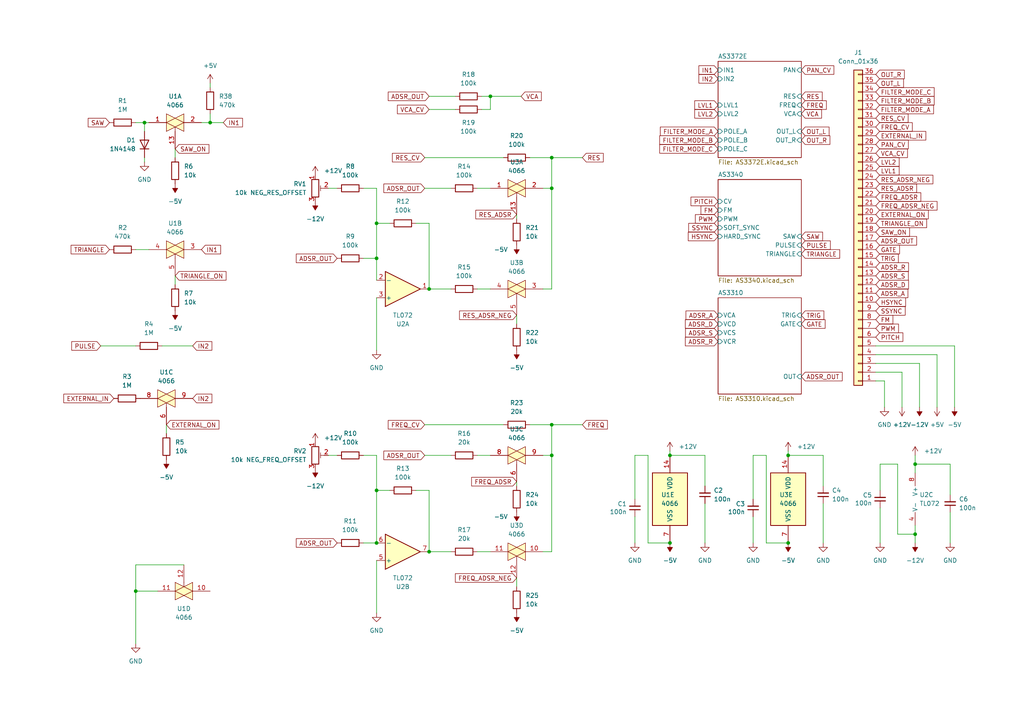
<source format=kicad_sch>
(kicad_sch (version 20211123) (generator eeschema)
  (paper "A4")
  (title_block (title "Polykit-X Voice Card") (date "2023-01-26") (rev "v1.0.0") (company "Jan Knipper") (comment 1 "github.com/polykit"))
  (lib_symbols
    (symbol "4xxx:4066" (pin_names (offset 1.016))
      (property "Reference" "U" (at -7.62 8.89 0))
      (property "Value" "4066" (at -7.62 -8.89 0))
      (symbol "4066_1_0"
        (polyline (pts (xy 0 1.27) (xy 0 2.54)) (stroke (width 0.1524)))
        (polyline (pts (xy -2.54 0) (xy 2.54 2.54) (xy 2.54 -2.54) (xy -2.54 0)) (fill (type background)))
        (polyline (pts (xy -2.54 2.54) (xy 2.54 0) (xy -2.54 -2.54) (xy -2.54 2.54)) (fill (type background)))
        (pin passive line (at -7.62 0 0) (length 5.08) (name "~") (number "1"))
        (pin input line (at 0 7.62 270) (length 5.08) (name "~") (number "13"))
        (pin passive line (at 7.62 0 180) (length 5.08) (name "~") (number "2"))
      )
      (symbol "4066_2_0"
        (polyline (pts (xy 0 1.27) (xy 0 2.54)) (stroke (width 0.1524)))
        (polyline (pts (xy -2.54 0) (xy 2.54 2.54) (xy 2.54 -2.54) (xy -2.54 0)) (fill (type background)))
        (polyline (pts (xy -2.54 2.54) (xy 2.54 0) (xy -2.54 -2.54) (xy -2.54 2.54)) (fill (type background)))
        (pin passive line (at 7.62 0 180) (length 5.08) (name "~") (number "3"))
        (pin passive line (at -7.62 0 0) (length 5.08) (name "~") (number "4"))
        (pin input line (at 0 7.62 270) (length 5.08) (name "~") (number "5"))
      )
      (symbol "4066_3_0"
        (polyline (pts (xy 0 1.27) (xy 0 2.54)) (stroke (width 0.1524)))
        (polyline (pts (xy -2.54 0) (xy 2.54 2.54) (xy 2.54 -2.54) (xy -2.54 0)) (fill (type background)))
        (polyline (pts (xy -2.54 2.54) (xy 2.54 0) (xy -2.54 -2.54) (xy -2.54 2.54)) (fill (type background)))
        (pin input line (at 0 7.62 270) (length 5.08) (name "~") (number "6"))
        (pin passive line (at -7.62 0 0) (length 5.08) (name "~") (number "8"))
        (pin passive line (at 7.62 0 180) (length 5.08) (name "~") (number "9"))
      )
      (symbol "4066_4_0"
        (polyline (pts (xy 0 1.27) (xy 0 2.54)) (stroke (width 0.1524)))
        (polyline (pts (xy -2.54 0) (xy 2.54 2.54) (xy 2.54 -2.54) (xy -2.54 0)) (fill (type background)))
        (polyline (pts (xy -2.54 2.54) (xy 2.54 0) (xy -2.54 -2.54) (xy -2.54 2.54)) (fill (type background)))
        (pin passive line (at 7.62 0 180) (length 5.08) (name "~") (number "10"))
        (pin passive line (at -7.62 0 0) (length 5.08) (name "~") (number "11"))
        (pin input line (at 0 7.62 270) (length 5.08) (name "~") (number "12"))
      )
      (symbol "4066_5_0"
        (pin power_in line (at 0 12.7 270) (length 5.08) (name "VDD") (number "14"))
        (pin power_in line (at 0 -12.7 90) (length 5.08) (name "VSS") (number "7"))
      )
      (symbol "4066_5_1"
        (rectangle (start -5.08 7.62) (end 5.08 -7.62) (stroke (width 0.254)) (fill (type background)))
      )
    )
    (symbol "Amplifier_Operational:TL072" (pin_names (offset 0.127))
      (property "Reference" "U" (at 0 5.08 0))
      (property "Value" "TL072" (at 0 -5.08 0))
      (symbol "TL072_1_1"
        (polyline (pts (xy -5.08 5.08) (xy 5.08 0) (xy -5.08 -5.08) (xy -5.08 5.08)) (stroke (width 0.254)) (fill (type background)))
        (pin output line (at 7.62 0 180) (length 2.54) (name "~") (number "1"))
        (pin input line (at -7.62 -2.54 0) (length 2.54) (name "-") (number "2"))
        (pin input line (at -7.62 2.54 0) (length 2.54) (name "+") (number "3"))
      )
      (symbol "TL072_2_1"
        (polyline (pts (xy -5.08 5.08) (xy 5.08 0) (xy -5.08 -5.08) (xy -5.08 5.08)) (stroke (width 0.254)) (fill (type background)))
        (pin input line (at -7.62 2.54 0) (length 2.54) (name "+") (number "5"))
        (pin input line (at -7.62 -2.54 0) (length 2.54) (name "-") (number "6"))
        (pin output line (at 7.62 0 180) (length 2.54) (name "~") (number "7"))
      )
      (symbol "TL072_3_1"
        (pin power_in line (at -2.54 -7.62 90) (length 3.81) (name "V-") (number "4"))
        (pin power_in line (at -2.54 7.62 270) (length 3.81) (name "V+") (number "8"))
      )
    )
    (symbol "Connector_Generic:Conn_01x36" (pin_names (offset 1.016) hide)
      (property "Reference" "J" (at 0 45.72 0))
      (property "Value" "Conn_01x36" (at 0 -48.26 0))
      (symbol "Conn_01x36_1_1"
        (rectangle (start -1.27 -45.593) (end 0 -45.847) (stroke (width 0.1524)))
        (rectangle (start -1.27 -43.053) (end 0 -43.307) (stroke (width 0.1524)))
        (rectangle (start -1.27 -40.513) (end 0 -40.767) (stroke (width 0.1524)))
        (rectangle (start -1.27 -37.973) (end 0 -38.227) (stroke (width 0.1524)))
        (rectangle (start -1.27 -35.433) (end 0 -35.687) (stroke (width 0.1524)))
        (rectangle (start -1.27 -32.893) (end 0 -33.147) (stroke (width 0.1524)))
        (rectangle (start -1.27 -30.353) (end 0 -30.607) (stroke (width 0.1524)))
        (rectangle (start -1.27 -27.813) (end 0 -28.067) (stroke (width 0.1524)))
        (rectangle (start -1.27 -25.273) (end 0 -25.527) (stroke (width 0.1524)))
        (rectangle (start -1.27 -22.733) (end 0 -22.987) (stroke (width 0.1524)))
        (rectangle (start -1.27 -20.193) (end 0 -20.447) (stroke (width 0.1524)))
        (rectangle (start -1.27 -17.653) (end 0 -17.907) (stroke (width 0.1524)))
        (rectangle (start -1.27 -15.113) (end 0 -15.367) (stroke (width 0.1524)))
        (rectangle (start -1.27 -12.573) (end 0 -12.827) (stroke (width 0.1524)))
        (rectangle (start -1.27 -10.033) (end 0 -10.287) (stroke (width 0.1524)))
        (rectangle (start -1.27 -7.493) (end 0 -7.747) (stroke (width 0.1524)))
        (rectangle (start -1.27 -4.953) (end 0 -5.207) (stroke (width 0.1524)))
        (rectangle (start -1.27 -2.413) (end 0 -2.667) (stroke (width 0.1524)))
        (rectangle (start -1.27 0.127) (end 0 -0.127) (stroke (width 0.1524)))
        (rectangle (start -1.27 2.667) (end 0 2.413) (stroke (width 0.1524)))
        (rectangle (start -1.27 5.207) (end 0 4.953) (stroke (width 0.1524)))
        (rectangle (start -1.27 7.747) (end 0 7.493) (stroke (width 0.1524)))
        (rectangle (start -1.27 10.287) (end 0 10.033) (stroke (width 0.1524)))
        (rectangle (start -1.27 12.827) (end 0 12.573) (stroke (width 0.1524)))
        (rectangle (start -1.27 15.367) (end 0 15.113) (stroke (width 0.1524)))
        (rectangle (start -1.27 17.907) (end 0 17.653) (stroke (width 0.1524)))
        (rectangle (start -1.27 20.447) (end 0 20.193) (stroke (width 0.1524)))
        (rectangle (start -1.27 22.987) (end 0 22.733) (stroke (width 0.1524)))
        (rectangle (start -1.27 25.527) (end 0 25.273) (stroke (width 0.1524)))
        (rectangle (start -1.27 28.067) (end 0 27.813) (stroke (width 0.1524)))
        (rectangle (start -1.27 30.607) (end 0 30.353) (stroke (width 0.1524)))
        (rectangle (start -1.27 33.147) (end 0 32.893) (stroke (width 0.1524)))
        (rectangle (start -1.27 35.687) (end 0 35.433) (stroke (width 0.1524)))
        (rectangle (start -1.27 38.227) (end 0 37.973) (stroke (width 0.1524)))
        (rectangle (start -1.27 40.767) (end 0 40.513) (stroke (width 0.1524)))
        (rectangle (start -1.27 43.307) (end 0 43.053) (stroke (width 0.1524)))
        (rectangle (start -1.27 44.45) (end 1.27 -46.99) (stroke (width 0.254)) (fill (type background)))
        (pin passive line (at -5.08 43.18 0) (length 3.81) (name "Pin_1") (number "1"))
        (pin passive line (at -5.08 20.32 0) (length 3.81) (name "Pin_10") (number "10"))
        (pin passive line (at -5.08 17.78 0) (length 3.81) (name "Pin_11") (number "11"))
        (pin passive line (at -5.08 15.24 0) (length 3.81) (name "Pin_12") (number "12"))
        (pin passive line (at -5.08 12.7 0) (length 3.81) (name "Pin_13") (number "13"))
        (pin passive line (at -5.08 10.16 0) (length 3.81) (name "Pin_14") (number "14"))
        (pin passive line (at -5.08 7.62 0) (length 3.81) (name "Pin_15") (number "15"))
        (pin passive line (at -5.08 5.08 0) (length 3.81) (name "Pin_16") (number "16"))
        (pin passive line (at -5.08 2.54 0) (length 3.81) (name "Pin_17") (number "17"))
        (pin passive line (at -5.08 0 0) (length 3.81) (name "Pin_18") (number "18"))
        (pin passive line (at -5.08 -2.54 0) (length 3.81) (name "Pin_19") (number "19"))
        (pin passive line (at -5.08 40.64 0) (length 3.81) (name "Pin_2") (number "2"))
        (pin passive line (at -5.08 -5.08 0) (length 3.81) (name "Pin_20") (number "20"))
        (pin passive line (at -5.08 -7.62 0) (length 3.81) (name "Pin_21") (number "21"))
        (pin passive line (at -5.08 -10.16 0) (length 3.81) (name "Pin_22") (number "22"))
        (pin passive line (at -5.08 -12.7 0) (length 3.81) (name "Pin_23") (number "23"))
        (pin passive line (at -5.08 -15.24 0) (length 3.81) (name "Pin_24") (number "24"))
        (pin passive line (at -5.08 -17.78 0) (length 3.81) (name "Pin_25") (number "25"))
        (pin passive line (at -5.08 -20.32 0) (length 3.81) (name "Pin_26") (number "26"))
        (pin passive line (at -5.08 -22.86 0) (length 3.81) (name "Pin_27") (number "27"))
        (pin passive line (at -5.08 -25.4 0) (length 3.81) (name "Pin_28") (number "28"))
        (pin passive line (at -5.08 -27.94 0) (length 3.81) (name "Pin_29") (number "29"))
        (pin passive line (at -5.08 38.1 0) (length 3.81) (name "Pin_3") (number "3"))
        (pin passive line (at -5.08 -30.48 0) (length 3.81) (name "Pin_30") (number "30"))
        (pin passive line (at -5.08 -33.02 0) (length 3.81) (name "Pin_31") (number "31"))
        (pin passive line (at -5.08 -35.56 0) (length 3.81) (name "Pin_32") (number "32"))
        (pin passive line (at -5.08 -38.1 0) (length 3.81) (name "Pin_33") (number "33"))
        (pin passive line (at -5.08 -40.64 0) (length 3.81) (name "Pin_34") (number "34"))
        (pin passive line (at -5.08 -43.18 0) (length 3.81) (name "Pin_35") (number "35"))
        (pin passive line (at -5.08 -45.72 0) (length 3.81) (name "Pin_36") (number "36"))
        (pin passive line (at -5.08 35.56 0) (length 3.81) (name "Pin_4") (number "4"))
        (pin passive line (at -5.08 33.02 0) (length 3.81) (name "Pin_5") (number "5"))
        (pin passive line (at -5.08 30.48 0) (length 3.81) (name "Pin_6") (number "6"))
        (pin passive line (at -5.08 27.94 0) (length 3.81) (name "Pin_7") (number "7"))
        (pin passive line (at -5.08 25.4 0) (length 3.81) (name "Pin_8") (number "8"))
        (pin passive line (at -5.08 22.86 0) (length 3.81) (name "Pin_9") (number "9"))
      )
    )
    (symbol "Device:C_Small" (pin_numbers hide) (pin_names (offset 0.254) hide)
      (property "Reference" "C" (at 0.254 1.778 0))
      (property "Value" "C_Small" (at 0.254 -2.032 0))
      (symbol "C_Small_0_1"
        (polyline (pts (xy -1.524 -0.508) (xy 1.524 -0.508)) (stroke (width 0.3302)))
        (polyline (pts (xy -1.524 0.508) (xy 1.524 0.508)) (stroke (width 0.3048)))
      )
      (symbol "C_Small_1_1"
        (pin passive line (at 0 2.54 270) (length 2.032) (name "~") (number "1"))
        (pin passive line (at 0 -2.54 90) (length 2.032) (name "~") (number "2"))
      )
    )
    (symbol "Device:R" (pin_numbers hide) (pin_names (offset 0))
      (property "Reference" "R" (at 2.032 0 90))
      (property "Value" "R" (at 0 0 90))
      (symbol "R_0_1"
        (rectangle (start -1.016 -2.54) (end 1.016 2.54) (stroke (width 0.254)))
      )
      (symbol "R_1_1"
        (pin passive line (at 0 3.81 270) (length 1.27) (name "~") (number "1"))
        (pin passive line (at 0 -3.81 90) (length 1.27) (name "~") (number "2"))
      )
    )
    (symbol "Device:R_Potentiometer_Trim" (pin_names (offset 1.016) hide)
      (property "Reference" "RV" (at -4.445 0 90))
      (property "Value" "R_Potentiometer_Trim" (at -2.54 0 90))
      (symbol "R_Potentiometer_Trim_0_1"
        (polyline (pts (xy 1.524 0.762) (xy 1.524 -0.762)))
        (polyline (pts (xy 2.54 0) (xy 1.524 0)))
        (rectangle (start 1.016 2.54) (end -1.016 -2.54) (stroke (width 0.254)))
      )
      (symbol "R_Potentiometer_Trim_1_1"
        (pin passive line (at 0 3.81 270) (length 1.27) (name "1") (number "1"))
        (pin passive line (at 3.81 0 180) (length 1.27) (name "2") (number "2"))
        (pin passive line (at 0 -3.81 90) (length 1.27) (name "3") (number "3"))
      )
    )
    (symbol "Diode:1N4148" (pin_numbers hide) (pin_names (offset 1.016) hide)
      (property "Reference" "D" (at 0 2.54 0))
      (property "Value" "1N4148" (at 0 -2.54 0))
      (symbol "1N4148_0_1"
        (polyline (pts (xy -1.27 1.27) (xy -1.27 -1.27)) (stroke (width 0.254)))
        (polyline (pts (xy 1.27 0) (xy -1.27 0)))
        (polyline (pts (xy 1.27 1.27) (xy 1.27 -1.27) (xy -1.27 0) (xy 1.27 1.27)) (stroke (width 0.254)))
      )
      (symbol "1N4148_1_1"
        (pin passive line (at -3.81 0 0) (length 2.54) (name "K") (number "1"))
        (pin passive line (at 3.81 0 180) (length 2.54) (name "A") (number "2"))
      )
    )
    (symbol "power:+12V" (power) (pin_names (offset 0))
      (property "Value" "+12V" (at 0 3.556 0))
      (symbol "+12V_0_1"
        (polyline (pts (xy -0.762 1.27) (xy 0 2.54)))
        (polyline (pts (xy 0 0) (xy 0 2.54)))
        (polyline (pts (xy 0 2.54) (xy 0.762 1.27)))
      )
      (symbol "+12V_1_1"
        (pin power_in line (at 0 0 90) (length 0) hide (name "+12V") (number "1"))
      )
    )
    (symbol "power:+5V" (power) (pin_names (offset 0))
      (property "Value" "+5V" (at 0 3.556 0))
      (symbol "+5V_0_1"
        (polyline (pts (xy -0.762 1.27) (xy 0 2.54)))
        (polyline (pts (xy 0 0) (xy 0 2.54)))
        (polyline (pts (xy 0 2.54) (xy 0.762 1.27)))
      )
      (symbol "+5V_1_1"
        (pin power_in line (at 0 0 90) (length 0) hide (name "+5V") (number "1"))
      )
    )
    (symbol "power:-12V" (power) (pin_names (offset 0))
      (property "Value" "-12V" (at 0 3.81 0))
      (symbol "-12V_0_0"
        (pin power_in line (at 0 0 90) (length 0) hide (name "-12V") (number "1"))
      )
      (symbol "-12V_0_1"
        (polyline (pts (xy 0 0) (xy 0 1.27) (xy 0.762 1.27) (xy 0 2.54) (xy -0.762 1.27) (xy 0 1.27)) (fill (type outline)))
      )
    )
    (symbol "power:-5V" (power) (pin_names (offset 0))
      (property "Value" "-5V" (at 0 3.81 0))
      (symbol "-5V_0_0"
        (pin power_in line (at 0 0 90) (length 0) hide (name "-5V") (number "1"))
      )
      (symbol "-5V_0_1"
        (polyline (pts (xy 0 0) (xy 0 1.27) (xy 0.762 1.27) (xy 0 2.54) (xy -0.762 1.27) (xy 0 1.27)) (fill (type outline)))
      )
    )
    (symbol "power:GND" (power) (pin_names (offset 0))
      (property "Value" "GND" (at 0 -3.81 0))
      (symbol "GND_0_1"
        (polyline (pts (xy 0 0) (xy 0 -1.27) (xy 1.27 -1.27) (xy 0 -2.54) (xy -1.27 -1.27) (xy 0 -1.27)))
      )
      (symbol "GND_1_1"
        (pin power_in line (at 0 0 270) (length 0) hide (name "GND") (number "1"))
      )
    )
  )
  (junction (at 60.96 35.56))
  (junction (at 124.46 160.02))
  (junction (at 194.31 157.48))
  (junction (at 124.46 83.82))
  (junction (at 228.6 157.48))
  (junction (at 109.22 74.93))
  (junction (at 228.6 132.08))
  (junction (at 109.22 64.77))
  (junction (at 194.31 132.08))
  (junction (at 142.24 27.94))
  (junction (at 160.02 45.72))
  (junction (at 109.22 157.48))
  (junction (at 39.37 171.45))
  (junction (at 160.02 132.08))
  (junction (at 265.43 154.94))
  (junction (at 41.91 35.56))
  (junction (at 109.22 142.24))
  (junction (at 265.43 134.62))
  (junction (at 160.02 123.19))
  (junction (at 160.02 54.61))
  (wire (pts (xy 149.86 63.5) (xy 149.86 62.23)))
  (wire (pts (xy 218.44 132.08) (xy 218.44 144.78)))
  (wire (pts (xy 228.6 130.81) (xy 228.6 132.08)))
  (wire (pts (xy 58.42 35.56) (xy 60.96 35.56)))
  (wire (pts (xy 275.59 148.59) (xy 275.59 157.48)))
  (wire (pts (xy 265.43 152.4) (xy 265.43 154.94)))
  (wire (pts (xy 41.91 35.56) (xy 41.91 38.1)))
  (wire (pts (xy 60.96 24.13) (xy 60.96 25.4)))
  (wire (pts (xy 228.6 157.48) (xy 222.25 157.48)))
  (wire (pts (xy 187.96 157.48) (xy 187.96 132.08)))
  (wire (pts (xy 139.7 27.94) (xy 142.24 27.94)))
  (wire (pts (xy 50.8 82.55) (xy 50.8 80.01)))
  (wire (pts (xy 204.47 132.08) (xy 204.47 140.97)))
  (wire (pts (xy 260.35 154.94) (xy 260.35 134.62)))
  (wire (pts (xy 138.43 54.61) (xy 142.24 54.61)))
  (wire (pts (xy 105.41 132.08) (xy 109.22 132.08)))
  (wire (pts (xy 123.19 132.08) (xy 130.81 132.08)))
  (wire (pts (xy 153.67 45.72) (xy 160.02 45.72)))
  (wire (pts (xy 218.44 149.86) (xy 218.44 157.48)))
  (wire (pts (xy 149.86 91.44) (xy 149.86 93.98)))
  (wire (pts (xy 50.8 45.72) (xy 50.8 43.18)))
  (wire (pts (xy 46.99 100.33) (xy 55.88 100.33)))
  (wire (pts (xy 109.22 64.77) (xy 109.22 74.93)))
  (wire (pts (xy 254 105.41) (xy 266.7 105.41)))
  (wire (pts (xy 222.25 157.48) (xy 222.25 132.08)))
  (wire (pts (xy 254 102.87) (xy 271.78 102.87)))
  (wire (pts (xy 194.31 132.08) (xy 204.47 132.08)))
  (wire (pts (xy 124.46 160.02) (xy 130.81 160.02)))
  (wire (pts (xy 149.86 167.64) (xy 149.86 170.18)))
  (wire (pts (xy 124.46 31.75) (xy 132.08 31.75)))
  (wire (pts (xy 157.48 132.08) (xy 160.02 132.08)))
  (wire (pts (xy 275.59 134.62) (xy 275.59 143.51)))
  (wire (pts (xy 60.96 33.02) (xy 60.96 35.56)))
  (wire (pts (xy 265.43 132.08) (xy 265.43 134.62)))
  (wire (pts (xy 142.24 27.94) (xy 151.13 27.94)))
  (wire (pts (xy 39.37 163.83) (xy 53.34 163.83)))
  (wire (pts (xy 160.02 123.19) (xy 160.02 132.08)))
  (wire (pts (xy 120.65 64.77) (xy 124.46 64.77)))
  (wire (pts (xy 255.27 134.62) (xy 255.27 142.24)))
  (wire (pts (xy 95.25 132.08) (xy 97.79 132.08)))
  (wire (pts (xy 109.22 142.24) (xy 109.22 157.48)))
  (wire (pts (xy 265.43 134.62) (xy 265.43 137.16)))
  (wire (pts (xy 184.15 149.86) (xy 184.15 157.48)))
  (wire (pts (xy 123.19 54.61) (xy 130.81 54.61)))
  (wire (pts (xy 142.24 31.75) (xy 139.7 31.75)))
  (wire (pts (xy 184.15 132.08) (xy 184.15 144.78)))
  (wire (pts (xy 120.65 142.24) (xy 124.46 142.24)))
  (wire (pts (xy 124.46 83.82) (xy 130.81 83.82)))
  (wire (pts (xy 105.41 54.61) (xy 109.22 54.61)))
  (wire (pts (xy 153.67 123.19) (xy 160.02 123.19)))
  (wire (pts (xy 109.22 86.36) (xy 109.22 101.6)))
  (wire (pts (xy 138.43 83.82) (xy 142.24 83.82)))
  (wire (pts (xy 265.43 154.94) (xy 265.43 157.48)))
  (wire (pts (xy 194.31 130.81) (xy 194.31 132.08)))
  (wire (pts (xy 194.31 157.48) (xy 187.96 157.48)))
  (wire (pts (xy 109.22 162.56) (xy 109.22 177.8)))
  (wire (pts (xy 254 110.49) (xy 256.54 110.49)))
  (wire (pts (xy 256.54 110.49) (xy 256.54 118.11)))
  (wire (pts (xy 265.43 154.94) (xy 260.35 154.94)))
  (wire (pts (xy 43.18 72.39) (xy 39.37 72.39)))
  (wire (pts (xy 109.22 132.08) (xy 109.22 142.24)))
  (wire (pts (xy 113.03 64.77) (xy 109.22 64.77)))
  (wire (pts (xy 142.24 27.94) (xy 142.24 31.75)))
  (wire (pts (xy 204.47 146.05) (xy 204.47 157.48)))
  (wire (pts (xy 29.21 100.33) (xy 39.37 100.33)))
  (wire (pts (xy 160.02 54.61) (xy 160.02 83.82)))
  (wire (pts (xy 124.46 64.77) (xy 124.46 83.82)))
  (wire (pts (xy 160.02 123.19) (xy 168.91 123.19)))
  (wire (pts (xy 254 107.95) (xy 261.62 107.95)))
  (wire (pts (xy 105.41 157.48) (xy 109.22 157.48)))
  (wire (pts (xy 187.96 132.08) (xy 184.15 132.08)))
  (wire (pts (xy 261.62 107.95) (xy 261.62 118.11)))
  (wire (pts (xy 271.78 102.87) (xy 271.78 118.11)))
  (wire (pts (xy 276.86 100.33) (xy 276.86 118.11)))
  (wire (pts (xy 95.25 54.61) (xy 97.79 54.61)))
  (wire (pts (xy 260.35 134.62) (xy 255.27 134.62)))
  (wire (pts (xy 149.86 140.97) (xy 149.86 139.7)))
  (wire (pts (xy 124.46 142.24) (xy 124.46 160.02)))
  (wire (pts (xy 255.27 147.32) (xy 255.27 157.48)))
  (wire (pts (xy 228.6 132.08) (xy 238.76 132.08)))
  (wire (pts (xy 41.91 46.99) (xy 41.91 45.72)))
  (wire (pts (xy 254 100.33) (xy 276.86 100.33)))
  (wire (pts (xy 160.02 45.72) (xy 160.02 54.61)))
  (wire (pts (xy 124.46 27.94) (xy 132.08 27.94)))
  (wire (pts (xy 123.19 123.19) (xy 146.05 123.19)))
  (wire (pts (xy 160.02 132.08) (xy 160.02 160.02)))
  (wire (pts (xy 138.43 160.02) (xy 142.24 160.02)))
  (wire (pts (xy 109.22 54.61) (xy 109.22 64.77)))
  (wire (pts (xy 39.37 171.45) (xy 45.72 171.45)))
  (wire (pts (xy 266.7 105.41) (xy 266.7 118.11)))
  (wire (pts (xy 238.76 132.08) (xy 238.76 140.97)))
  (wire (pts (xy 39.37 171.45) (xy 39.37 186.69)))
  (wire (pts (xy 105.41 74.93) (xy 109.22 74.93)))
  (wire (pts (xy 157.48 83.82) (xy 160.02 83.82)))
  (wire (pts (xy 265.43 134.62) (xy 275.59 134.62)))
  (wire (pts (xy 138.43 132.08) (xy 142.24 132.08)))
  (wire (pts (xy 60.96 35.56) (xy 64.77 35.56)))
  (wire (pts (xy 222.25 132.08) (xy 218.44 132.08)))
  (wire (pts (xy 157.48 160.02) (xy 160.02 160.02)))
  (wire (pts (xy 157.48 54.61) (xy 160.02 54.61)))
  (wire (pts (xy 39.37 163.83) (xy 39.37 171.45)))
  (wire (pts (xy 123.19 45.72) (xy 146.05 45.72)))
  (wire (pts (xy 238.76 146.05) (xy 238.76 157.48)))
  (wire (pts (xy 113.03 142.24) (xy 109.22 142.24)))
  (wire (pts (xy 41.91 35.56) (xy 39.37 35.56)))
  (wire (pts (xy 43.18 35.56) (xy 41.91 35.56)))
  (wire (pts (xy 160.02 45.72) (xy 168.91 45.72)))
  (wire (pts (xy 109.22 81.28) (xy 109.22 74.93)))
  (wire (pts (xy 48.26 125.73) (xy 48.26 123.19)))
  (global_label "FILTER_MODE_A" (shape input) (at 208.28 38.1 180) (property "Intersheet References" "${INTERSHEET_REFS}" (effects hide)))
  (global_label "RES_ADSR" (shape input) (at 149.86 62.23 180) (property "Intersheet References" "${INTERSHEET_REFS}" (effects hide)))
  (global_label "ADSR_D" (shape input) (at 208.28 93.98 180) (property "Intersheet References" "${INTERSHEET_REFS}" (effects hide)))
  (global_label "FREQ" (shape input) (at 232.41 30.48 0) (property "Intersheet References" "${INTERSHEET_REFS}" (effects hide)))
  (global_label "ADSR_OUT" (shape input) (at 124.46 27.94 180) (property "Intersheet References" "${INTERSHEET_REFS}" (effects hide)))
  (global_label "RES_CV" (shape input) (at 123.19 45.72 180) (property "Intersheet References" "${INTERSHEET_REFS}" (effects hide)))
  (global_label "TRIG" (shape input) (at 254 74.93 0) (property "Intersheet References" "${INTERSHEET_REFS}" (effects hide)))
  (global_label "TRIANGLE_ON" (shape input) (at 50.8 80.01 0) (property "Intersheet References" "${INTERSHEET_REFS}" (effects hide)))
  (global_label "SAW_ON" (shape input) (at 50.8 43.18 0) (property "Intersheet References" "${INTERSHEET_REFS}" (effects hide)))
  (global_label "HSYNC" (shape input) (at 254 87.63 0) (property "Intersheet References" "${INTERSHEET_REFS}" (effects hide)))
  (global_label "RES_ADSR" (shape input) (at 254 54.61 0) (property "Intersheet References" "${INTERSHEET_REFS}" (effects hide)))
  (global_label "PWM" (shape input) (at 254 95.25 0) (property "Intersheet References" "${INTERSHEET_REFS}" (effects hide)))
  (global_label "ADSR_R" (shape input) (at 254 77.47 0) (property "Intersheet References" "${INTERSHEET_REFS}" (effects hide)))
  (global_label "SSYNC" (shape input) (at 254 90.17 0) (property "Intersheet References" "${INTERSHEET_REFS}" (effects hide)))
  (global_label "TRIANGLE_ON" (shape input) (at 254 64.77 0) (property "Intersheet References" "${INTERSHEET_REFS}" (effects hide)))
  (global_label "PWM" (shape input) (at 208.28 63.5 180) (property "Intersheet References" "${INTERSHEET_REFS}" (effects hide)))
  (global_label "LVL2" (shape input) (at 254 46.99 0) (property "Intersheet References" "${INTERSHEET_REFS}" (effects hide)))
  (global_label "IN2" (shape input) (at 208.28 22.86 180) (property "Intersheet References" "${INTERSHEET_REFS}" (effects hide)))
  (global_label "ADSR_OUT" (shape input) (at 97.79 74.93 180) (property "Intersheet References" "${INTERSHEET_REFS}" (effects hide)))
  (global_label "VCA" (shape input) (at 151.13 27.94 0) (property "Intersheet References" "${INTERSHEET_REFS}" (effects hide)))
  (global_label "RES_ADSR_NEG" (shape input) (at 254 52.07 0) (property "Intersheet References" "${INTERSHEET_REFS}" (effects hide)))
  (global_label "ADSR_OUT" (shape input) (at 232.41 109.22 0) (property "Intersheet References" "${INTERSHEET_REFS}" (effects hide)))
  (global_label "OUT_L" (shape input) (at 232.41 38.1 0) (property "Intersheet References" "${INTERSHEET_REFS}" (effects hide)))
  (global_label "RES" (shape input) (at 168.91 45.72 0) (property "Intersheet References" "${INTERSHEET_REFS}" (effects hide)))
  (global_label "FREQ_ADSR" (shape input) (at 254 57.15 0) (property "Intersheet References" "${INTERSHEET_REFS}" (effects hide)))
  (global_label "TRIANGLE" (shape input) (at 232.41 73.66 0) (property "Intersheet References" "${INTERSHEET_REFS}" (effects hide)))
  (global_label "PULSE" (shape input) (at 29.21 100.33 180) (property "Intersheet References" "${INTERSHEET_REFS}" (effects hide)))
  (global_label "FREQ_ADSR_NEG" (shape input) (at 149.86 167.64 180) (property "Intersheet References" "${INTERSHEET_REFS}" (effects hide)))
  (global_label "FM" (shape input) (at 208.28 60.96 180) (property "Intersheet References" "${INTERSHEET_REFS}" (effects hide)))
  (global_label "VCA" (shape input) (at 232.41 33.02 0) (property "Intersheet References" "${INTERSHEET_REFS}" (effects hide)))
  (global_label "ADSR_A" (shape input) (at 208.28 91.44 180) (property "Intersheet References" "${INTERSHEET_REFS}" (effects hide)))
  (global_label "LVL2" (shape input) (at 208.28 33.02 180) (property "Intersheet References" "${INTERSHEET_REFS}" (effects hide)))
  (global_label "FILTER_MODE_C" (shape input) (at 208.28 43.18 180) (property "Intersheet References" "${INTERSHEET_REFS}" (effects hide)))
  (global_label "PULSE" (shape input) (at 232.41 71.12 0) (property "Intersheet References" "${INTERSHEET_REFS}" (effects hide)))
  (global_label "ADSR_S" (shape input) (at 208.28 96.52 180) (property "Intersheet References" "${INTERSHEET_REFS}" (effects hide)))
  (global_label "ADSR_A" (shape input) (at 254 85.09 0) (property "Intersheet References" "${INTERSHEET_REFS}" (effects hide)))
  (global_label "PITCH" (shape input) (at 254 97.79 0) (property "Intersheet References" "${INTERSHEET_REFS}" (effects hide)))
  (global_label "SAW" (shape input) (at 232.41 68.58 0) (property "Intersheet References" "${INTERSHEET_REFS}" (effects hide)))
  (global_label "GATE" (shape input) (at 254 72.39 0) (property "Intersheet References" "${INTERSHEET_REFS}" (effects hide)))
  (global_label "FREQ_ADSR" (shape input) (at 149.86 139.7 180) (property "Intersheet References" "${INTERSHEET_REFS}" (effects hide)))
  (global_label "EXTERNAL_IN" (shape input) (at 254 39.37 0) (property "Intersheet References" "${INTERSHEET_REFS}" (effects hide)))
  (global_label "LVL1" (shape input) (at 254 49.53 0) (property "Intersheet References" "${INTERSHEET_REFS}" (effects hide)))
  (global_label "HSYNC" (shape input) (at 208.28 68.58 180) (property "Intersheet References" "${INTERSHEET_REFS}" (effects hide)))
  (global_label "TRIANGLE" (shape input) (at 31.75 72.39 180) (property "Intersheet References" "${INTERSHEET_REFS}" (effects hide)))
  (global_label "SSYNC" (shape input) (at 208.28 66.04 180) (property "Intersheet References" "${INTERSHEET_REFS}" (effects hide)))
  (global_label "ADSR_D" (shape input) (at 254 82.55 0) (property "Intersheet References" "${INTERSHEET_REFS}" (effects hide)))
  (global_label "IN1" (shape input) (at 208.28 20.32 180) (property "Intersheet References" "${INTERSHEET_REFS}" (effects hide)))
  (global_label "GATE" (shape input) (at 232.41 93.98 0) (property "Intersheet References" "${INTERSHEET_REFS}" (effects hide)))
  (global_label "IN1" (shape input) (at 64.77 35.56 0) (property "Intersheet References" "${INTERSHEET_REFS}" (effects hide)))
  (global_label "VCA_CV" (shape input) (at 124.46 31.75 180) (property "Intersheet References" "${INTERSHEET_REFS}" (effects hide)))
  (global_label "SAW" (shape input) (at 31.75 35.56 180) (property "Intersheet References" "${INTERSHEET_REFS}" (effects hide)))
  (global_label "FREQ" (shape input) (at 168.91 123.19 0) (property "Intersheet References" "${INTERSHEET_REFS}" (effects hide)))
  (global_label "ADSR_OUT" (shape input) (at 123.19 54.61 180) (property "Intersheet References" "${INTERSHEET_REFS}" (effects hide)))
  (global_label "EXTERNAL_ON" (shape input) (at 254 62.23 0) (property "Intersheet References" "${INTERSHEET_REFS}" (effects hide)))
  (global_label "VCA_CV" (shape input) (at 254 44.45 0) (property "Intersheet References" "${INTERSHEET_REFS}" (effects hide)))
  (global_label "FREQ_ADSR_NEG" (shape input) (at 254 59.69 0) (property "Intersheet References" "${INTERSHEET_REFS}" (effects hide)))
  (global_label "RES_ADSR_NEG" (shape input) (at 149.86 91.44 180) (property "Intersheet References" "${INTERSHEET_REFS}" (effects hide)))
  (global_label "OUT_R" (shape input) (at 254 21.59 0) (property "Intersheet References" "${INTERSHEET_REFS}" (effects hide)))
  (global_label "ADSR_S" (shape input) (at 254 80.01 0) (property "Intersheet References" "${INTERSHEET_REFS}" (effects hide)))
  (global_label "PAN_CV" (shape input) (at 232.41 20.32 0) (property "Intersheet References" "${INTERSHEET_REFS}" (effects hide)))
  (global_label "LVL1" (shape input) (at 208.28 30.48 180) (property "Intersheet References" "${INTERSHEET_REFS}" (effects hide)))
  (global_label "PITCH" (shape input) (at 208.28 58.42 180) (property "Intersheet References" "${INTERSHEET_REFS}" (effects hide)))
  (global_label "IN2" (shape input) (at 55.88 100.33 0) (property "Intersheet References" "${INTERSHEET_REFS}" (effects hide)))
  (global_label "SAW_ON" (shape input) (at 254 67.31 0) (property "Intersheet References" "${INTERSHEET_REFS}" (effects hide)))
  (global_label "RES_CV" (shape input) (at 254 34.29 0) (property "Intersheet References" "${INTERSHEET_REFS}" (effects hide)))
  (global_label "OUT_R" (shape input) (at 232.41 40.64 0) (property "Intersheet References" "${INTERSHEET_REFS}" (effects hide)))
  (global_label "ADSR_R" (shape input) (at 208.28 99.06 180) (property "Intersheet References" "${INTERSHEET_REFS}" (effects hide)))
  (global_label "ADSR_OUT" (shape input) (at 97.79 157.48 180) (property "Intersheet References" "${INTERSHEET_REFS}" (effects hide)))
  (global_label "RES" (shape input) (at 232.41 27.94 0) (property "Intersheet References" "${INTERSHEET_REFS}" (effects hide)))
  (global_label "OUT_L" (shape input) (at 254 24.13 0) (property "Intersheet References" "${INTERSHEET_REFS}" (effects hide)))
  (global_label "FM" (shape input) (at 254 92.71 0) (property "Intersheet References" "${INTERSHEET_REFS}" (effects hide)))
  (global_label "EXTERNAL_ON" (shape input) (at 48.26 123.19 0) (property "Intersheet References" "${INTERSHEET_REFS}" (effects hide)))
  (global_label "IN1" (shape input) (at 58.42 72.39 0) (property "Intersheet References" "${INTERSHEET_REFS}" (effects hide)))
  (global_label "IN2" (shape input) (at 55.88 115.57 0) (property "Intersheet References" "${INTERSHEET_REFS}" (effects hide)))
  (global_label "FREQ_CV" (shape input) (at 123.19 123.19 180) (property "Intersheet References" "${INTERSHEET_REFS}" (effects hide)))
  (global_label "FILTER_MODE_B" (shape input) (at 208.28 40.64 180) (property "Intersheet References" "${INTERSHEET_REFS}" (effects hide)))
  (global_label "FILTER_MODE_A" (shape input) (at 254 31.75 0) (property "Intersheet References" "${INTERSHEET_REFS}" (effects hide)))
  (global_label "EXTERNAL_IN" (shape input) (at 33.02 115.57 180) (property "Intersheet References" "${INTERSHEET_REFS}" (effects hide)))
  (global_label "ADSR_OUT" (shape input) (at 254 69.85 0) (property "Intersheet References" "${INTERSHEET_REFS}" (effects hide)))
  (global_label "PAN_CV" (shape input) (at 254 41.91 0) (property "Intersheet References" "${INTERSHEET_REFS}" (effects hide)))
  (global_label "FILTER_MODE_C" (shape input) (at 254 26.67 0) (property "Intersheet References" "${INTERSHEET_REFS}" (effects hide)))
  (global_label "FREQ_CV" (shape input) (at 254 36.83 0) (property "Intersheet References" "${INTERSHEET_REFS}" (effects hide)))
  (global_label "FILTER_MODE_B" (shape input) (at 254 29.21 0) (property "Intersheet References" "${INTERSHEET_REFS}" (effects hide)))
  (global_label "TRIG" (shape input) (at 232.41 91.44 0) (property "Intersheet References" "${INTERSHEET_REFS}" (effects hide)))
  (global_label "ADSR_OUT" (shape input) (at 123.19 132.08 180) (property "Intersheet References" "${INTERSHEET_REFS}" (effects hide)))
  (symbol (lib_id "power:-5V") (at 194.31 157.48 180) (unit 1)
    (property "Reference" "#PWR0104" (effects hide))
    (property "Value" "-5V" (at 194.31 162.56 0))
  )
  (symbol (lib_id "Device:R") (at 149.86 97.79 180) (unit 1)
    (property "Reference" "R22" (at 152.4 96.5199 0) (effects (justify right)))
    (property "Value" "10k" (at 152.4 99.0599 0) (effects (justify right)))
    (property "Footprint" "Resistor_THT:R_Axial_DIN0207_L6.3mm_D2.5mm_P10.16mm_Horizontal" (effects hide))
  )
  (symbol (lib_id "Device:R") (at 35.56 72.39 90) (unit 1)
    (property "Reference" "R2" (at 35.56 66.04 90))
    (property "Value" "470k" (at 35.56 68.58 90))
    (property "Footprint" "Resistor_THT:R_Axial_DIN0207_L6.3mm_D2.5mm_P10.16mm_Horizontal" (effects hide))
  )
  (symbol (lib_id "Device:R") (at 149.86 144.78 180) (unit 1)
    (property "Reference" "R24" (at 152.4 143.5099 0) (effects (justify right)))
    (property "Value" "10k" (at 152.4 146.0499 0) (effects (justify right)))
    (property "Footprint" "Resistor_THT:R_Axial_DIN0207_L6.3mm_D2.5mm_P10.16mm_Horizontal" (effects hide))
  )
  (symbol (lib_id "power:-5V") (at 50.8 90.17 180) (unit 1)
    (property "Reference" "#PWR0108" (effects hide))
    (property "Value" "-5V" (at 50.8 95.25 0))
  )
  (symbol (lib_id "Device:R") (at 116.84 64.77 90) (unit 1)
    (property "Reference" "R12" (at 116.84 58.42 90))
    (property "Value" "100k" (at 116.84 60.96 90))
    (property "Footprint" "Resistor_THT:R_Axial_DIN0207_L6.3mm_D2.5mm_P10.16mm_Horizontal" (effects hide))
  )
  (symbol (lib_id "power:GND") (at 255.27 157.48 0) (unit 1)
    (property "Reference" "#PWR024" (effects hide))
    (property "Value" "GND" (at 255.27 162.56 0))
  )
  (symbol (lib_id "power:-5V") (at 228.6 157.48 180) (unit 1)
    (property "Reference" "#PWR0103" (effects hide))
    (property "Value" "-5V" (at 228.6 162.56 0))
  )
  (symbol (lib_id "power:GND") (at 184.15 157.48 0) (unit 1)
    (property "Reference" "#PWR016" (effects hide))
    (property "Value" "GND" (at 184.15 162.56 0))
  )
  (symbol (lib_id "power:+12V") (at 261.62 118.11 180) (unit 1)
    (property "Reference" "#PWR026" (effects hide))
    (property "Value" "+12V" (at 261.62 123.19 0))
  )
  (symbol (lib_id "4xxx:4066") (at 149.86 54.61 0) (mirror x) (unit 1)
    (property "Reference" "U3" (at 149.86 46.99 0))
    (property "Value" "4066" (at 149.86 49.53 0))
    (property "Footprint" "Package_DIP:DIP-14_W7.62mm_Socket_LongPads" (effects hide))
    (property "Datasheet" "http://www.ti.com/lit/ds/symlink/cd4066b.pdf" (effects hide))
  )
  (symbol (lib_id "Device:R") (at 135.89 27.94 90) (unit 1)
    (property "Reference" "R18" (at 135.89 21.59 90))
    (property "Value" "100k" (at 135.89 24.13 90))
    (property "Footprint" "Resistor_THT:R_Axial_DIN0207_L6.3mm_D2.5mm_P10.16mm_Horizontal" (effects hide))
  )
  (symbol (lib_id "power:+12V") (at 91.44 50.8 0) (unit 1)
    (property "Reference" "#PWR06" (effects hide))
    (property "Value" "+12V" (at 93.98 49.5299 0) (effects (justify left)))
  )
  (symbol (lib_id "Device:R_Potentiometer_Trim") (at 91.44 132.08 0) (unit 1)
    (property "Reference" "RV2" (at 88.9 130.8099 0) (effects (justify right)))
    (property "Value" "10k NEG_FREQ_OFFSET" (at 88.9 133.3499 0) (effects (justify right)))
    (property "Footprint" "Potentiometer_THT:Potentiometer_Bourns_3296W_Vertical" (effects hide))
  )
  (symbol (lib_id "4xxx:4066") (at 48.26 115.57 0) (mirror x) (unit 3)
    (property "Reference" "U1" (at 48.26 107.95 0))
    (property "Value" "4066" (at 48.26 110.49 0))
    (property "Footprint" "Package_DIP:DIP-14_W7.62mm_Socket_LongPads" (effects hide))
    (property "Datasheet" "http://www.ti.com/lit/ds/symlink/cd4066b.pdf" (effects hide))
  )
  (symbol (lib_id "Amplifier_Operational:TL072") (at 116.84 160.02 0) (mirror x) (unit 2)
    (property "Reference" "U2" (at 116.84 170.18 0))
    (property "Value" "TL072" (at 116.84 167.64 0))
    (property "Footprint" "Package_DIP:DIP-8_W7.62mm_Socket_LongPads" (effects hide))
    (property "Datasheet" "http://www.ti.com/lit/ds/symlink/tl071.pdf" (effects hide))
  )
  (symbol (lib_id "4xxx:4066") (at 228.6 144.78 0) (unit 5)
    (property "Reference" "U3" (at 226.06 143.51 0) (effects (justify left)))
    (property "Value" "4066" (at 226.06 146.05 0) (effects (justify left)))
    (property "Footprint" "Package_DIP:DIP-14_W7.62mm_Socket_LongPads" (effects hide))
    (property "Datasheet" "http://www.ti.com/lit/ds/symlink/cd4066b.pdf" (effects hide))
  )
  (symbol (lib_id "power:GND") (at 109.22 101.6 0) (unit 1)
    (property "Reference" "#PWR010" (effects hide))
    (property "Value" "GND" (at 109.22 106.68 0))
  )
  (symbol (lib_id "4xxx:4066") (at 53.34 171.45 0) (unit 4)
    (property "Reference" "U1" (at 53.34 176.53 0))
    (property "Value" "4066" (at 53.34 179.07 0))
    (property "Footprint" "Package_DIP:DIP-14_W7.62mm_Socket_LongPads" (effects hide))
    (property "Datasheet" "http://www.ti.com/lit/ds/symlink/cd4066b.pdf" (effects hide))
  )
  (symbol (lib_id "power:GND") (at 256.54 118.11 0) (unit 1)
    (property "Reference" "#PWR025" (effects hide))
    (property "Value" "GND" (at 256.54 123.19 0))
  )
  (symbol (lib_id "power:+12V") (at 194.31 130.81 0) (unit 1)
    (property "Reference" "#PWR017" (effects hide))
    (property "Value" "+12V" (at 196.85 129.5399 0) (effects (justify left)))
  )
  (symbol (lib_id "4xxx:4066") (at 50.8 72.39 0) (mirror x) (unit 2)
    (property "Reference" "U1" (at 50.8 64.77 0))
    (property "Value" "4066" (at 50.8 67.31 0))
    (property "Footprint" "Package_DIP:DIP-14_W7.62mm_Socket_LongPads" (effects hide))
    (property "Datasheet" "http://www.ti.com/lit/ds/symlink/cd4066b.pdf" (effects hide))
  )
  (symbol (lib_id "Diode:1N4148") (at 41.91 41.91 90) (unit 1)
    (property "Reference" "D1" (at 39.37 40.6399 90) (effects (justify left)))
    (property "Value" "1N4148" (at 39.37 43.1799 90) (effects (justify left)))
    (property "Footprint" "Diode_THT:D_DO-35_SOD27_P7.62mm_Horizontal" (effects hide))
    (property "Datasheet" "https://assets.nexperia.com/documents/data-sheet/1N4148_1N4448.pdf" (effects hide))
  )
  (symbol (lib_id "power:+5V") (at 271.78 118.11 180) (unit 1)
    (property "Reference" "#PWR030" (effects hide))
    (property "Value" "+5V" (at 271.78 123.19 0))
  )
  (symbol (lib_id "Connector_Generic:Conn_01x36") (at 248.92 67.31 180) (unit 1)
    (property "Reference" "J1" (at 248.92 15.24 0))
    (property "Value" "Conn_01x36" (at 248.92 17.78 0))
    (property "Footprint" "Connector_PinHeader_2.54mm:PinHeader_1x36_P2.54mm_Horizontal" (effects hide))
  )
  (symbol (lib_id "Device:R") (at 101.6 132.08 90) (unit 1)
    (property "Reference" "R10" (at 101.6 125.73 90))
    (property "Value" "100k" (at 101.6 128.27 90))
    (property "Footprint" "Resistor_THT:R_Axial_DIN0207_L6.3mm_D2.5mm_P10.16mm_Horizontal" (effects hide))
  )
  (symbol (lib_id "power:-12V") (at 91.44 135.89 180) (unit 1)
    (property "Reference" "#PWR09" (effects hide))
    (property "Value" "-12V" (at 91.44 140.97 0))
  )
  (symbol (lib_id "power:GND") (at 204.47 157.48 0) (unit 1)
    (property "Reference" "#PWR019" (effects hide))
    (property "Value" "GND" (at 204.47 162.56 0))
  )
  (symbol (lib_id "Device:R") (at 101.6 157.48 90) (unit 1)
    (property "Reference" "R11" (at 101.6 151.13 90))
    (property "Value" "100k" (at 101.6 153.67 90))
    (property "Footprint" "Resistor_THT:R_Axial_DIN0207_L6.3mm_D2.5mm_P10.16mm_Horizontal" (effects hide))
  )
  (symbol (lib_id "Device:R") (at 134.62 160.02 90) (unit 1)
    (property "Reference" "R17" (at 134.62 153.67 90))
    (property "Value" "20k" (at 134.62 156.21 90))
    (property "Footprint" "Resistor_THT:R_Axial_DIN0207_L6.3mm_D2.5mm_P10.16mm_Horizontal" (effects hide))
  )
  (symbol (lib_id "Amplifier_Operational:TL072") (at 267.97 144.78 0) (unit 3)
    (property "Reference" "U2" (at 266.7 143.5099 0) (effects (justify left)))
    (property "Value" "TL072" (at 266.7 146.0499 0) (effects (justify left)))
    (property "Footprint" "Package_DIP:DIP-8_W7.62mm_Socket_LongPads" (effects hide))
    (property "Datasheet" "http://www.ti.com/lit/ds/symlink/tl071.pdf" (effects hide))
  )
  (symbol (lib_id "Device:R") (at 149.86 123.19 90) (unit 1)
    (property "Reference" "R23" (at 149.86 116.84 90))
    (property "Value" "20k" (at 149.86 119.38 90))
    (property "Footprint" "Resistor_THT:R_Axial_DIN0207_L6.3mm_D2.5mm_P10.16mm_Horizontal" (effects hide))
  )
  (symbol (lib_id "power:-5V") (at 149.86 71.12 180) (unit 1)
    (property "Reference" "#PWR0109" (effects hide))
    (property "Value" "-5V" (at 147.32 72.3899 0) (effects (justify left)))
  )
  (symbol (lib_id "Device:C_Small") (at 218.44 147.32 180) (unit 1)
    (property "Reference" "C3" (at 216.1032 146.1516 0) (effects (justify left)))
    (property "Value" "100n" (at 216.1032 148.463 0) (effects (justify left)))
    (property "Footprint" "Capacitor_THT:C_Disc_D5.0mm_W2.5mm_P2.50mm" (effects hide))
  )
  (symbol (lib_id "Device:R") (at 134.62 132.08 90) (unit 1)
    (property "Reference" "R16" (at 134.62 125.73 90))
    (property "Value" "20k" (at 134.62 128.27 90))
    (property "Footprint" "Resistor_THT:R_Axial_DIN0207_L6.3mm_D2.5mm_P10.16mm_Horizontal" (effects hide))
  )
  (symbol (lib_id "Device:C_Small") (at 184.15 147.32 180) (unit 1)
    (property "Reference" "C1" (at 181.8132 146.1516 0) (effects (justify left)))
    (property "Value" "100n" (at 181.8132 148.463 0) (effects (justify left)))
    (property "Footprint" "Capacitor_THT:C_Disc_D5.0mm_W2.5mm_P2.50mm" (effects hide))
  )
  (symbol (lib_id "Device:R") (at 48.26 129.54 180) (unit 1)
    (property "Reference" "R5" (at 50.8 128.2699 0) (effects (justify right)))
    (property "Value" "10k" (at 50.8 130.8099 0) (effects (justify right)))
    (property "Footprint" "Resistor_THT:R_Axial_DIN0207_L6.3mm_D2.5mm_P10.16mm_Horizontal" (effects hide))
  )
  (symbol (lib_id "power:GND") (at 218.44 157.48 0) (unit 1)
    (property "Reference" "#PWR020" (effects hide))
    (property "Value" "GND" (at 218.44 162.56 0))
  )
  (symbol (lib_id "Device:R") (at 101.6 74.93 90) (unit 1)
    (property "Reference" "R9" (at 101.6 68.58 90))
    (property "Value" "100k" (at 101.6 71.12 90))
    (property "Footprint" "Resistor_THT:R_Axial_DIN0207_L6.3mm_D2.5mm_P10.16mm_Horizontal" (effects hide))
  )
  (symbol (lib_id "4xxx:4066") (at 50.8 35.56 0) (mirror x) (unit 1)
    (property "Reference" "U1" (at 50.8 27.94 0))
    (property "Value" "4066" (at 50.8 30.48 0))
    (property "Footprint" "Package_DIP:DIP-14_W7.62mm_Socket_LongPads" (effects hide))
    (property "Datasheet" "http://www.ti.com/lit/ds/symlink/cd4066b.pdf" (effects hide))
  )
  (symbol (lib_id "power:-5V") (at 48.26 133.35 180) (unit 1)
    (property "Reference" "#PWR0110" (effects hide))
    (property "Value" "-5V" (at 48.26 138.43 0))
  )
  (symbol (lib_id "power:+12V") (at 228.6 130.81 0) (unit 1)
    (property "Reference" "#PWR021" (effects hide))
    (property "Value" "+12V" (at 231.14 129.5399 0) (effects (justify left)))
  )
  (symbol (lib_id "Device:R") (at 134.62 54.61 90) (unit 1)
    (property "Reference" "R14" (at 134.62 48.26 90))
    (property "Value" "100k" (at 134.62 50.8 90))
    (property "Footprint" "Resistor_THT:R_Axial_DIN0207_L6.3mm_D2.5mm_P10.16mm_Horizontal" (effects hide))
  )
  (symbol (lib_id "power:+5V") (at 60.96 24.13 0) (unit 1)
    (property "Reference" "#PWR0114" (effects hide))
    (property "Value" "+5V" (at 60.96 19.05 0))
  )
  (symbol (lib_id "Device:R") (at 134.62 83.82 90) (unit 1)
    (property "Reference" "R15" (at 134.62 77.47 90))
    (property "Value" "100k" (at 134.62 80.01 90))
    (property "Footprint" "Resistor_THT:R_Axial_DIN0207_L6.3mm_D2.5mm_P10.16mm_Horizontal" (effects hide))
  )
  (symbol (lib_id "Device:R_Potentiometer_Trim") (at 91.44 54.61 0) (unit 1)
    (property "Reference" "RV1" (at 88.9 53.3399 0) (effects (justify right)))
    (property "Value" "10k NEG_RES_OFFSET" (at 88.9 55.8799 0) (effects (justify right)))
    (property "Footprint" "Potentiometer_THT:Potentiometer_Bourns_3296W_Vertical" (effects hide))
  )
  (symbol (lib_id "4xxx:4066") (at 149.86 132.08 0) (mirror x) (unit 3)
    (property "Reference" "U3" (at 149.86 124.46 0))
    (property "Value" "4066" (at 149.86 127 0))
    (property "Footprint" "Package_DIP:DIP-14_W7.62mm_Socket_LongPads" (effects hide))
    (property "Datasheet" "http://www.ti.com/lit/ds/symlink/cd4066b.pdf" (effects hide))
  )
  (symbol (lib_id "power:GND") (at 275.59 157.48 0) (unit 1)
    (property "Reference" "#PWR031" (effects hide))
    (property "Value" "GND" (at 275.59 162.56 0))
  )
  (symbol (lib_id "Amplifier_Operational:TL072") (at 116.84 83.82 0) (mirror x) (unit 1)
    (property "Reference" "U2" (at 116.84 93.98 0))
    (property "Value" "TL072" (at 116.84 91.44 0))
    (property "Footprint" "Package_DIP:DIP-8_W7.62mm_Socket_LongPads" (effects hide))
    (property "Datasheet" "http://www.ti.com/lit/ds/symlink/tl071.pdf" (effects hide))
  )
  (symbol (lib_id "Device:R") (at 116.84 142.24 90) (unit 1)
    (property "Reference" "R13" (at 116.84 135.89 90))
    (property "Value" "100k" (at 116.84 138.43 90))
    (property "Footprint" "Resistor_THT:R_Axial_DIN0207_L6.3mm_D2.5mm_P10.16mm_Horizontal" (effects hide))
  )
  (symbol (lib_id "Device:C_Small") (at 275.59 146.05 180) (unit 1)
    (property "Reference" "C6" (at 278.13 144.7735 0) (effects (justify right)))
    (property "Value" "100n" (at 278.13 147.3135 0) (effects (justify right)))
    (property "Footprint" "Capacitor_THT:C_Disc_D5.0mm_W2.5mm_P2.50mm" (effects hide))
  )
  (symbol (lib_id "Device:R") (at 149.86 67.31 180) (unit 1)
    (property "Reference" "R21" (at 152.4 66.0399 0) (effects (justify right)))
    (property "Value" "10k" (at 152.4 68.5799 0) (effects (justify right)))
    (property "Footprint" "Resistor_THT:R_Axial_DIN0207_L6.3mm_D2.5mm_P10.16mm_Horizontal" (effects hide))
  )
  (symbol (lib_id "power:+12V") (at 91.44 128.27 0) (unit 1)
    (property "Reference" "#PWR08" (effects hide))
    (property "Value" "+12V" (at 93.98 126.9999 0) (effects (justify left)))
  )
  (symbol (lib_id "Device:R") (at 50.8 86.36 180) (unit 1)
    (property "Reference" "R7" (at 53.34 85.0899 0) (effects (justify right)))
    (property "Value" "10k" (at 53.34 87.6299 0) (effects (justify right)))
    (property "Footprint" "Resistor_THT:R_Axial_DIN0207_L6.3mm_D2.5mm_P10.16mm_Horizontal" (effects hide))
  )
  (symbol (lib_id "power:GND") (at 238.76 157.48 0) (unit 1)
    (property "Reference" "#PWR023" (effects hide))
    (property "Value" "GND" (at 238.76 162.56 0))
  )
  (symbol (lib_id "power:+12V") (at 265.43 132.08 0) (unit 1)
    (property "Reference" "#PWR027" (effects hide))
    (property "Value" "+12V" (at 267.97 130.8099 0) (effects (justify left)))
  )
  (symbol (lib_id "Device:R") (at 149.86 45.72 90) (unit 1)
    (property "Reference" "R20" (at 149.86 39.37 90))
    (property "Value" "100k" (at 149.86 41.91 90))
    (property "Footprint" "Resistor_THT:R_Axial_DIN0207_L6.3mm_D2.5mm_P10.16mm_Horizontal" (effects hide))
  )
  (symbol (lib_id "Device:R") (at 50.8 49.53 180) (unit 1)
    (property "Reference" "R6" (at 53.34 48.2599 0) (effects (justify right)))
    (property "Value" "10k" (at 53.34 50.7999 0) (effects (justify right)))
    (property "Footprint" "Resistor_THT:R_Axial_DIN0207_L6.3mm_D2.5mm_P10.16mm_Horizontal" (effects hide))
  )
  (symbol (lib_id "power:-5V") (at 149.86 101.6 180) (unit 1)
    (property "Reference" "#PWR0111" (effects hide))
    (property "Value" "-5V" (at 149.86 106.68 0))
  )
  (symbol (lib_id "Device:R") (at 35.56 35.56 90) (unit 1)
    (property "Reference" "R1" (at 35.56 29.21 90))
    (property "Value" "1M" (at 35.56 31.75 90))
    (property "Footprint" "Resistor_THT:R_Axial_DIN0207_L6.3mm_D2.5mm_P10.16mm_Horizontal" (effects hide))
  )
  (symbol (lib_id "power:-12V") (at 265.43 157.48 180) (unit 1)
    (property "Reference" "#PWR028" (effects hide))
    (property "Value" "-12V" (at 265.43 162.56 0))
  )
  (symbol (lib_id "Device:R") (at 36.83 115.57 90) (unit 1)
    (property "Reference" "R3" (at 36.83 109.22 90))
    (property "Value" "1M" (at 36.83 111.76 90))
    (property "Footprint" "Resistor_THT:R_Axial_DIN0207_L6.3mm_D2.5mm_P10.16mm_Horizontal" (effects hide))
  )
  (symbol (lib_id "Device:C_Small") (at 238.76 143.51 180) (unit 1)
    (property "Reference" "C4" (at 241.3 142.2335 0) (effects (justify right)))
    (property "Value" "100n" (at 241.3 144.7735 0) (effects (justify right)))
    (property "Footprint" "Capacitor_THT:C_Disc_D5.0mm_W2.5mm_P2.50mm" (effects hide))
  )
  (symbol (lib_id "power:-5V") (at 50.8 53.34 180) (unit 1)
    (property "Reference" "#PWR0107" (effects hide))
    (property "Value" "-5V" (at 50.8 58.42 0))
  )
  (symbol (lib_id "power:-12V") (at 91.44 58.42 180) (unit 1)
    (property "Reference" "#PWR07" (effects hide))
    (property "Value" "-12V" (at 91.44 63.5 0))
  )
  (symbol (lib_id "4xxx:4066") (at 194.31 144.78 0) (unit 5)
    (property "Reference" "U1" (at 191.77 143.51 0) (effects (justify left)))
    (property "Value" "4066" (at 191.77 146.05 0) (effects (justify left)))
    (property "Footprint" "Package_DIP:DIP-14_W7.62mm_Socket_LongPads" (effects hide))
    (property "Datasheet" "http://www.ti.com/lit/ds/symlink/cd4066b.pdf" (effects hide))
  )
  (symbol (lib_id "power:GND") (at 109.22 177.8 0) (unit 1)
    (property "Reference" "#PWR011" (effects hide))
    (property "Value" "GND" (at 109.22 182.88 0))
  )
  (symbol (lib_id "Device:R") (at 101.6 54.61 90) (unit 1)
    (property "Reference" "R8" (at 101.6 48.26 90))
    (property "Value" "100k" (at 101.6 50.8 90))
    (property "Footprint" "Resistor_THT:R_Axial_DIN0207_L6.3mm_D2.5mm_P10.16mm_Horizontal" (effects hide))
  )
  (symbol (lib_id "Device:R") (at 135.89 31.75 90) (unit 1)
    (property "Reference" "R19" (at 135.89 35.56 90))
    (property "Value" "100k" (at 135.89 38.1 90))
    (property "Footprint" "Resistor_THT:R_Axial_DIN0207_L6.3mm_D2.5mm_P10.16mm_Horizontal" (effects hide))
  )
  (symbol (lib_id "power:-12V") (at 266.7 118.11 180) (unit 1)
    (property "Reference" "#PWR029" (effects hide))
    (property "Value" "-12V" (at 266.7 123.19 0))
  )
  (symbol (lib_id "Device:R") (at 43.18 100.33 90) (unit 1)
    (property "Reference" "R4" (at 43.18 93.98 90))
    (property "Value" "1M" (at 43.18 96.52 90))
    (property "Footprint" "Resistor_THT:R_Axial_DIN0207_L6.3mm_D2.5mm_P10.16mm_Horizontal" (effects hide))
  )
  (symbol (lib_id "4xxx:4066") (at 149.86 83.82 0) (mirror x) (unit 2)
    (property "Reference" "U3" (at 149.86 76.2 0))
    (property "Value" "4066" (at 149.86 78.74 0))
    (property "Footprint" "Package_DIP:DIP-14_W7.62mm_Socket_LongPads" (effects hide))
    (property "Datasheet" "http://www.ti.com/lit/ds/symlink/cd4066b.pdf" (effects hide))
  )
  (symbol (lib_id "Device:R") (at 60.96 29.21 180) (unit 1)
    (property "Reference" "R38" (at 63.5 27.9399 0) (effects (justify right)))
    (property "Value" "470k" (at 63.5 30.4799 0) (effects (justify right)))
    (property "Footprint" "Resistor_THT:R_Axial_DIN0207_L6.3mm_D2.5mm_P10.16mm_Horizontal" (effects hide))
  )
  (symbol (lib_id "power:GND") (at 41.91 46.99 0) (unit 1)
    (property "Reference" "#PWR02" (effects hide))
    (property "Value" "GND" (at 41.91 52.07 0))
  )
  (symbol (lib_id "power:-5V") (at 149.86 177.8 180) (unit 1)
    (property "Reference" "#PWR0105" (effects hide))
    (property "Value" "-5V" (at 149.86 182.88 0))
  )
  (symbol (lib_id "Device:R") (at 149.86 173.99 180) (unit 1)
    (property "Reference" "R25" (at 152.4 172.7199 0) (effects (justify right)))
    (property "Value" "10k" (at 152.4 175.2599 0) (effects (justify right)))
    (property "Footprint" "Resistor_THT:R_Axial_DIN0207_L6.3mm_D2.5mm_P10.16mm_Horizontal" (effects hide))
  )
  (symbol (lib_id "Device:C_Small") (at 204.47 143.51 180) (unit 1)
    (property "Reference" "C2" (at 207.01 142.2335 0) (effects (justify right)))
    (property "Value" "100n" (at 207.01 144.7735 0) (effects (justify right)))
    (property "Footprint" "Capacitor_THT:C_Disc_D5.0mm_W2.5mm_P2.50mm" (effects hide))
  )
  (symbol (lib_id "4xxx:4066") (at 149.86 160.02 0) (mirror x) (unit 4)
    (property "Reference" "U3" (at 149.86 152.4 0))
    (property "Value" "4066" (at 149.86 154.94 0))
    (property "Footprint" "Package_DIP:DIP-14_W7.62mm_Socket_LongPads" (effects hide))
    (property "Datasheet" "http://www.ti.com/lit/ds/symlink/cd4066b.pdf" (effects hide))
  )
  (symbol (lib_id "Device:C_Small") (at 255.27 144.78 180) (unit 1)
    (property "Reference" "C5" (at 252.9332 143.6116 0) (effects (justify left)))
    (property "Value" "100n" (at 252.9332 145.923 0) (effects (justify left)))
    (property "Footprint" "Capacitor_THT:C_Disc_D5.0mm_W2.5mm_P2.50mm" (effects hide))
  )
  (symbol (lib_id "power:-5V") (at 149.86 148.59 180) (unit 1)
    (property "Reference" "#PWR0106" (effects hide))
    (property "Value" "-5V" (at 147.32 149.8599 0) (effects (justify left)))
  )
  (symbol (lib_id "power:-5V") (at 276.86 118.11 180) (unit 1)
    (property "Reference" "#PWR032" (effects hide))
    (property "Value" "-5V" (at 276.86 123.19 0))
  )
  (symbol (lib_id "power:GND") (at 39.37 186.69 0) (unit 1)
    (property "Reference" "#PWR01" (effects hide))
    (property "Value" "GND" (at 39.37 191.77 0))
  )
  (sheet (at 208.28 86.36) (size 24.13 27.94) (stroke (width 0.1524))
    (property "Sheet name" "AS3310" (at 208.28 85.6484 0) (effects (justify left bottom)))
    (property "Sheet file" "AS3310.kicad_sch" (at 208.28 114.8846 0) (effects (justify left top)))
    (pin "VCA" input (at 208.28 91.44 180))
    (pin "TRIG" input (at 232.41 91.44 0))
    (pin "GATE" input (at 232.41 93.98 0))
    (pin "VCS" input (at 208.28 96.52 180))
    (pin "VCR" input (at 208.28 99.06 180))
    (pin "VCD" input (at 208.28 93.98 180))
    (pin "OUT" input (at 232.41 109.22 0))
  )
  (sheet (at 208.28 17.78) (size 24.13 27.94) (stroke (width 0.1524))
    (property "Sheet name" "AS3372E" (at 208.28 17.0684 0) (effects (justify left bottom)))
    (property "Sheet file" "AS3372E.kicad_sch" (at 208.28 46.3046 0) (effects (justify left top)))
    (pin "VCA" input (at 232.41 33.02 0))
    (pin "RES" input (at 232.41 27.94 0))
    (pin "FREQ" input (at 232.41 30.48 0))
    (pin "OUT_R" input (at 232.41 40.64 0))
    (pin "OUT_L" input (at 232.41 38.1 0))
    (pin "IN1" input (at 208.28 20.32 180))
    (pin "IN2" input (at 208.28 22.86 180))
    (pin "LVL1" input (at 208.28 30.48 180))
    (pin "PAN" input (at 232.41 20.32 0))
    (pin "LVL2" input (at 208.28 33.02 180))
    (pin "POLE_A" input (at 208.28 38.1 180))
    (pin "POLE_B" input (at 208.28 40.64 180))
    (pin "POLE_C" input (at 208.28 43.18 180))
  )
  (sheet (at 208.28 52.07) (size 24.13 27.94) (stroke (width 0.1524))
    (property "Sheet name" "AS3340" (at 208.28 51.3584 0) (effects (justify left bottom)))
    (property "Sheet file" "AS3340.kicad_sch" (at 208.28 80.5946 0) (effects (justify left top)))
    (pin "HARD_SYNC" input (at 208.28 68.58 180))
    (pin "FM" input (at 208.28 60.96 180))
    (pin "CV" input (at 208.28 58.42 180))
    (pin "PWM" input (at 208.28 63.5 180))
    (pin "SOFT_SYNC" input (at 208.28 66.04 180))
    (pin "SAW" input (at 232.41 68.58 0))
    (pin "PULSE" input (at 232.41 71.12 0))
    (pin "TRIANGLE" input (at 232.41 73.66 0))
  )
)
</source>
